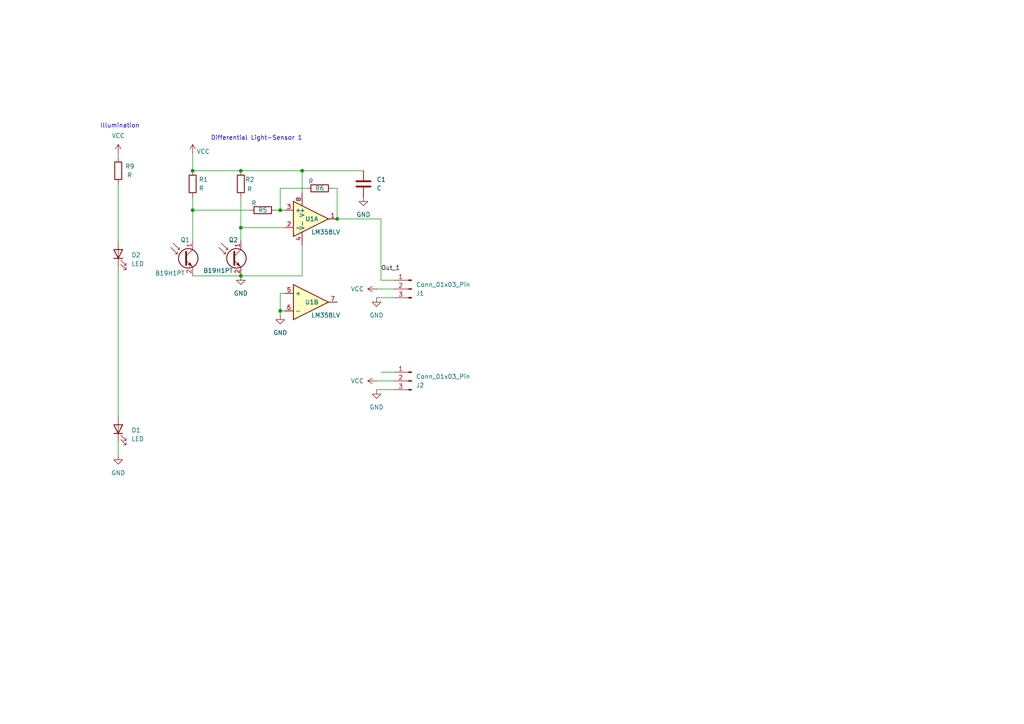
<source format=kicad_sch>
(kicad_sch (version 20231120) (generator "eeschema") (generator_version "8.0")
  (paper "A4")
  (lib_symbols
    (symbol "Connector:Conn_01x03_Pin" (pin_names (offset 1.016) hide)
      (property "Reference" "J" (at 0 5.08 0))
      (property "Value" "Conn_01x03_Pin" (at 0 -5.08 0))
      (symbol "Conn_01x03_Pin_1_1"
        (polyline (pts (xy 1.27 -2.54) (xy 0.8636 -2.54)) (stroke (width 0.1524)))
        (polyline (pts (xy 1.27 0) (xy 0.8636 0)) (stroke (width 0.1524)))
        (polyline (pts (xy 1.27 2.54) (xy 0.8636 2.54)) (stroke (width 0.1524)))
        (rectangle (start 0.8636 -2.413) (end 0 -2.667) (stroke (width 0.1524)) (fill (type outline)))
        (rectangle (start 0.8636 0.127) (end 0 -0.127) (stroke (width 0.1524)) (fill (type outline)))
        (rectangle (start 0.8636 2.667) (end 0 2.413) (stroke (width 0.1524)) (fill (type outline)))
        (pin passive line (at 5.08 2.54 180) (length 3.81) (name "Pin_1") (number "1"))
        (pin passive line (at 5.08 0 180) (length 3.81) (name "Pin_2") (number "2"))
        (pin passive line (at 5.08 -2.54 180) (length 3.81) (name "Pin_3") (number "3"))
      )
    )
    (symbol "Device:C" (pin_numbers hide) (pin_names (offset 0.254))
      (property "Reference" "C" (at 0.635 2.54 0))
      (property "Value" "C" (at 0.635 -2.54 0))
      (symbol "C_0_1"
        (polyline (pts (xy -2.032 -0.762) (xy 2.032 -0.762)) (stroke (width 0.508)))
        (polyline (pts (xy -2.032 0.762) (xy 2.032 0.762)) (stroke (width 0.508)))
      )
      (symbol "C_1_1"
        (pin passive line (at 0 3.81 270) (length 2.794) (name "~") (number "1"))
        (pin passive line (at 0 -3.81 90) (length 2.794) (name "~") (number "2"))
      )
    )
    (symbol "Device:LED" (pin_numbers hide) (pin_names (offset 1.016) hide)
      (property "Reference" "D" (at 0 2.54 0))
      (property "Value" "LED" (at 0 -2.54 0))
      (symbol "LED_0_1"
        (polyline (pts (xy -1.27 -1.27) (xy -1.27 1.27)) (stroke (width 0.254)))
        (polyline (pts (xy -1.27 0) (xy 1.27 0)))
        (polyline (pts (xy 1.27 -1.27) (xy 1.27 1.27) (xy -1.27 0) (xy 1.27 -1.27)) (stroke (width 0.254)))
        (polyline (pts (xy -3.048 -0.762) (xy -4.572 -2.286) (xy -3.81 -2.286) (xy -4.572 -2.286) (xy -4.572 -1.524)))
        (polyline (pts (xy -1.778 -0.762) (xy -3.302 -2.286) (xy -2.54 -2.286) (xy -3.302 -2.286) (xy -3.302 -1.524)))
      )
      (symbol "LED_1_1"
        (pin passive line (at -3.81 0 0) (length 2.54) (name "K") (number "1"))
        (pin passive line (at 3.81 0 180) (length 2.54) (name "A") (number "2"))
      )
    )
    (symbol "Device:Opamp_Dual"
      (property "Reference" "U" (at 0 5.08 0))
      (property "Value" "Opamp_Dual" (at 0 -5.08 0))
      (symbol "Opamp_Dual_1_1"
        (polyline (pts (xy -5.08 5.08) (xy 5.08 0) (xy -5.08 -5.08) (xy -5.08 5.08)) (stroke (width 0.254)) (fill (type background)))
        (pin output line (at 7.62 0 180) (length 2.54) (name "~") (number "1"))
        (pin input line (at -7.62 -2.54 0) (length 2.54) (name "-") (number "2"))
        (pin input line (at -7.62 2.54 0) (length 2.54) (name "+") (number "3"))
      )
      (symbol "Opamp_Dual_2_1"
        (polyline (pts (xy -5.08 5.08) (xy 5.08 0) (xy -5.08 -5.08) (xy -5.08 5.08)) (stroke (width 0.254)) (fill (type background)))
        (pin input line (at -7.62 2.54 0) (length 2.54) (name "+") (number "5"))
        (pin input line (at -7.62 -2.54 0) (length 2.54) (name "-") (number "6"))
        (pin output line (at 7.62 0 180) (length 2.54) (name "~") (number "7"))
      )
      (symbol "Opamp_Dual_3_1"
        (pin power_in line (at -2.54 -7.62 90) (length 3.81) (name "V-") (number "4"))
        (pin power_in line (at -2.54 7.62 270) (length 3.81) (name "V+") (number "8"))
      )
    )
    (symbol "Device:Q_Photo_NPN" (pin_names (offset 0) hide)
      (property "Reference" "Q" (at 5.08 1.27 0))
      (property "Value" "Q_Photo_NPN" (at 5.08 -1.27 0))
      (symbol "Q_Photo_NPN_0_1"
        (polyline (pts (xy -1.905 1.27) (xy -2.54 1.27)))
        (polyline (pts (xy -1.27 2.54) (xy -1.905 2.54)))
        (polyline (pts (xy 0.635 0.635) (xy 2.54 2.54)))
        (polyline (pts (xy -3.81 3.175) (xy -1.905 1.27) (xy -1.905 1.905)))
        (polyline (pts (xy -3.175 4.445) (xy -1.27 2.54) (xy -1.27 3.175)))
        (polyline (pts (xy 0.635 -0.635) (xy 2.54 -2.54) (xy 2.54 -2.54)))
        (polyline (pts (xy 0.635 1.905) (xy 0.635 -1.905) (xy 0.635 -1.905)) (stroke (width 0.508)))
        (polyline (pts (xy 1.27 -1.778) (xy 1.778 -1.27) (xy 2.286 -2.286) (xy 1.27 -1.778) (xy 1.27 -1.778)) (fill (type outline)))
        (circle (center 1.27 0) (radius 2.8194) (stroke (width 0.254)))
      )
      (symbol "Q_Photo_NPN_1_1"
        (pin passive line (at 2.54 5.08 270) (length 2.54) (name "C") (number "1"))
        (pin passive line (at 2.54 -5.08 90) (length 2.54) (name "E") (number "2"))
      )
    )
    (symbol "Device:R" (pin_numbers hide) (pin_names (offset 0))
      (property "Reference" "R" (at 2.032 0 90))
      (property "Value" "R" (at 0 0 90))
      (symbol "R_0_1"
        (rectangle (start -1.016 -2.54) (end 1.016 2.54) (stroke (width 0.254)))
      )
      (symbol "R_1_1"
        (pin passive line (at 0 3.81 270) (length 1.27) (name "~") (number "1"))
        (pin passive line (at 0 -3.81 90) (length 1.27) (name "~") (number "2"))
      )
    )
    (symbol "power:GND" (power) (pin_numbers hide) (pin_names (offset 0) hide)
      (property "Value" "GND" (at 0 -3.81 0))
      (symbol "GND_0_1"
        (polyline (pts (xy 0 0) (xy 0 -1.27) (xy 1.27 -1.27) (xy 0 -2.54) (xy -1.27 -1.27) (xy 0 -1.27)))
      )
      (symbol "GND_1_1"
        (pin power_in line (at 0 0 270) (length 0) (name "~") (number "1"))
      )
    )
    (symbol "power:VCC" (power) (pin_numbers hide) (pin_names (offset 0) hide)
      (property "Value" "VCC" (at 0 3.556 0))
      (symbol "VCC_0_1"
        (polyline (pts (xy -0.762 1.27) (xy 0 2.54)))
        (polyline (pts (xy 0 0) (xy 0 2.54)))
        (polyline (pts (xy 0 2.54) (xy 0.762 1.27)))
      )
      (symbol "VCC_1_1"
        (pin power_in line (at 0 0 90) (length 0) (name "~") (number "1"))
      )
    )
  )
  (junction (at 87.63 49.53))
  (junction (at 69.85 66.04))
  (junction (at 55.88 49.53))
  (junction (at 81.28 60.96))
  (junction (at 69.85 49.53))
  (junction (at 97.79 63.5))
  (junction (at 55.88 60.96))
  (junction (at 81.28 90.17))
  (junction (at 69.85 80.01))
  (wire (pts (xy 87.63 49.53) (xy 105.41 49.53)))
  (wire (pts (xy 69.85 57.15) (xy 69.85 66.04)))
  (wire (pts (xy 34.29 44.45) (xy 34.29 45.72)))
  (wire (pts (xy 34.29 53.34) (xy 34.29 69.85)))
  (wire (pts (xy 110.49 63.5) (xy 110.49 81.28)))
  (wire (pts (xy 69.85 80.01) (xy 87.63 80.01)))
  (wire (pts (xy 96.52 54.61) (xy 97.79 54.61)))
  (wire (pts (xy 87.63 80.01) (xy 87.63 71.12)))
  (wire (pts (xy 81.28 54.61) (xy 81.28 60.96)))
  (wire (pts (xy 82.55 60.96) (xy 81.28 60.96)))
  (wire (pts (xy 81.28 85.09) (xy 81.28 90.17)))
  (wire (pts (xy 82.55 85.09) (xy 81.28 85.09)))
  (wire (pts (xy 55.88 80.01) (xy 69.85 80.01)))
  (wire (pts (xy 55.88 44.45) (xy 55.88 49.53)))
  (wire (pts (xy 34.29 128.27) (xy 34.29 132.08)))
  (wire (pts (xy 110.49 107.95) (xy 114.3 107.95)))
  (wire (pts (xy 69.85 66.04) (xy 82.55 66.04)))
  (wire (pts (xy 109.22 86.36) (xy 114.3 86.36)))
  (wire (pts (xy 87.63 49.53) (xy 69.85 49.53)))
  (wire (pts (xy 109.22 83.82) (xy 114.3 83.82)))
  (wire (pts (xy 55.88 60.96) (xy 72.39 60.96)))
  (wire (pts (xy 81.28 90.17) (xy 82.55 90.17)))
  (wire (pts (xy 97.79 54.61) (xy 97.79 63.5)))
  (wire (pts (xy 81.28 60.96) (xy 80.01 60.96)))
  (wire (pts (xy 109.22 113.03) (xy 114.3 113.03)))
  (wire (pts (xy 97.79 63.5) (xy 110.49 63.5)))
  (wire (pts (xy 55.88 49.53) (xy 69.85 49.53)))
  (wire (pts (xy 110.49 81.28) (xy 114.3 81.28)))
  (wire (pts (xy 55.88 60.96) (xy 55.88 69.85)))
  (wire (pts (xy 69.85 66.04) (xy 69.85 69.85)))
  (wire (pts (xy 81.28 90.17) (xy 81.28 91.44)))
  (wire (pts (xy 88.9 54.61) (xy 81.28 54.61)))
  (wire (pts (xy 34.29 77.47) (xy 34.29 120.65)))
  (wire (pts (xy 87.63 55.88) (xy 87.63 49.53)))
  (wire (pts (xy 55.88 57.15) (xy 55.88 60.96)))
  (wire (pts (xy 109.22 110.49) (xy 114.3 110.49)))
  (text "Differential Light-Sensor 1" (at 74.422 40.132 0) (effects (font (size 1.27 1.27))))
  (text "Illumination" (at 34.798 36.576 0) (effects (font (size 1.27 1.27))))
  (label "Out_1" (at 110.49 78.74 0))
  (symbol (lib_id "power:GND") (at 105.41 57.15 0) (unit 1)
    (property "Reference" "#PWR010" (effects (hide yes)))
    (property "Value" "GND" (at 105.41 62.23 0))
    (property "Description" "Power symbol creates a global label with name \"GND\" , ground" (effects (hide yes)))
  )
  (symbol (lib_id "power:GND") (at 81.28 91.44 0) (unit 1)
    (property "Reference" "#PWR04" (effects (hide yes)))
    (property "Value" "GND" (at 81.28 96.52 0))
    (property "Description" "Power symbol creates a global label with name \"GND\" , ground" (effects (hide yes)))
  )
  (symbol (lib_id "power:GND") (at 109.22 113.03 0) (unit 1)
    (property "Reference" "#PWR09" (effects (hide yes)))
    (property "Value" "GND" (at 109.22 118.11 0))
    (property "Description" "Power symbol creates a global label with name \"GND\" , ground" (effects (hide yes)))
  )
  (symbol (lib_id "Device:C") (at 105.41 53.34 0) (unit 1)
    (property "Reference" "C1" (at 109.22 52.0699 0) (effects (justify left)))
    (property "Value" "C" (at 109.22 54.6099 0) (effects (justify left)))
    (property "Footprint" "Capacitor_SMD:C_0603_1608Metric" (effects (hide yes)))
    (property "Description" "Unpolarized capacitor" (effects (hide yes)))
  )
  (symbol (lib_id "Device:Opamp_Dual") (at 90.17 63.5 0) (unit 1)
    (property "Reference" "U1" (at 90.424 63.5 0))
    (property "Value" "LM358LV" (at 94.488 67.31 0))
    (property "Footprint" "Package_TO_SOT_SMD:SOT-23-8" (effects (hide yes)))
    (property "Description" "Dual operational amplifier" (effects (hide yes)))
    (property "Sim.Library" "${KICAD7_SYMBOL_DIR}/Simulation_SPICE.sp" (effects (hide yes)))
    (property "Sim.Name" "kicad_builtin_opamp_dual" (effects (hide yes)))
    (property "Sim.Device" "SUBCKT" (effects (hide yes)))
    (property "Sim.Pins" "1=out1 2=in1- 3=in1+ 4=vee 5=in2+ 6=in2- 7=out2 8=vcc" (effects (hide yes)))
  )
  (symbol (lib_id "Device:R") (at 69.85 53.34 0) (unit 1)
    (property "Reference" "R2" (at 71.12 52.07 0) (effects (justify left)))
    (property "Value" "R" (at 71.628 54.864 0) (effects (justify left)))
    (property "Footprint" "Resistor_SMD:R_0603_1608Metric" (effects (hide yes)))
    (property "Description" "Resistor" (effects (hide yes)))
  )
  (symbol (lib_id "power:VCC") (at 109.22 83.82 90) (unit 1)
    (property "Reference" "#PWR07" (effects (hide yes)))
    (property "Value" "VCC" (at 103.632 83.82 90))
    (property "Description" "Power symbol creates a global label with name \"VCC\"" (effects (hide yes)))
  )
  (symbol (lib_id "power:VCC") (at 109.22 110.49 90) (unit 1)
    (property "Reference" "#PWR06" (effects (hide yes)))
    (property "Value" "VCC" (at 103.632 110.49 90))
    (property "Description" "Power symbol creates a global label with name \"VCC\"" (effects (hide yes)))
  )
  (symbol (lib_id "Device:Q_Photo_NPN") (at 67.31 74.93 0) (unit 1)
    (property "Reference" "Q2" (at 66.294 69.596 0) (effects (justify left)))
    (property "Value" "B19H1PT" (at 58.928 78.486 0) (effects (justify left)))
    (property "Footprint" "LED_SMD:LED_0603_1608Metric" (effects (hide yes)))
    (property "Datasheet" "https://mm.digikey.com/Volume0/opasdata/d220001/medias/docus/3644/B19H1PT--H9C000214U1930.pdf" (effects (hide yes)))
    (property "Description" "NPN phototransistor, collector/emitter" (effects (hide yes)))
  )
  (symbol (lib_id "power:GND") (at 69.85 80.01 0) (unit 1)
    (property "Reference" "#PWR05" (effects (hide yes)))
    (property "Value" "GND" (at 69.85 85.09 0))
    (property "Description" "Power symbol creates a global label with name \"GND\" , ground" (effects (hide yes)))
  )
  (symbol (lib_id "Device:R") (at 92.71 54.61 90) (unit 1)
    (property "Reference" "R6" (at 92.71 54.61 90))
    (property "Value" "R" (at 90.17 52.578 90))
    (property "Footprint" "Resistor_SMD:R_0603_1608Metric" (effects (hide yes)))
    (property "Description" "Resistor" (effects (hide yes)))
  )
  (symbol (lib_id "power:VCC") (at 55.88 44.45 0) (unit 1)
    (property "Reference" "#PWR03" (effects (hide yes)))
    (property "Value" "VCC" (at 58.928 43.942 0))
    (property "Description" "Power symbol creates a global label with name \"VCC\"" (effects (hide yes)))
  )
  (symbol (lib_id "power:VCC") (at 34.29 44.45 0) (unit 1)
    (property "Reference" "#PWR02" (effects (hide yes)))
    (property "Value" "VCC" (at 34.29 39.37 0))
    (property "Description" "Power symbol creates a global label with name \"VCC\"" (effects (hide yes)))
  )
  (symbol (lib_id "Device:Opamp_Dual") (at 90.17 63.5 0) (unit 3)
    (property "Reference" "U1" (effects (hide yes)))
    (property "Value" "LM358LV" (effects (hide yes)))
    (property "Footprint" "Package_TO_SOT_SMD:SOT-23-8" (effects (hide yes)))
    (property "Description" "Dual operational amplifier" (effects (hide yes)))
    (property "Sim.Library" "${KICAD7_SYMBOL_DIR}/Simulation_SPICE.sp" (effects (hide yes)))
    (property "Sim.Name" "kicad_builtin_opamp_dual" (effects (hide yes)))
    (property "Sim.Device" "SUBCKT" (effects (hide yes)))
    (property "Sim.Pins" "1=out1 2=in1- 3=in1+ 4=vee 5=in2+ 6=in2- 7=out2 8=vcc" (effects (hide yes)))
  )
  (symbol (lib_id "Device:Opamp_Dual") (at 90.17 87.63 0) (unit 2)
    (property "Reference" "U1" (at 90.424 87.63 0))
    (property "Value" "LM358LV" (at 94.488 91.44 0))
    (property "Footprint" "Package_TO_SOT_SMD:SOT-23-8" (effects (hide yes)))
    (property "Description" "Dual operational amplifier" (effects (hide yes)))
    (property "Sim.Library" "${KICAD7_SYMBOL_DIR}/Simulation_SPICE.sp" (effects (hide yes)))
    (property "Sim.Name" "kicad_builtin_opamp_dual" (effects (hide yes)))
    (property "Sim.Device" "SUBCKT" (effects (hide yes)))
    (property "Sim.Pins" "1=out1 2=in1- 3=in1+ 4=vee 5=in2+ 6=in2- 7=out2 8=vcc" (effects (hide yes)))
  )
  (symbol (lib_id "Device:LED") (at 34.29 124.46 90) (unit 1)
    (property "Reference" "D1" (at 38.1 124.7774 90) (effects (justify right)))
    (property "Value" "LED" (at 38.1 127.3174 90) (effects (justify right)))
    (property "Footprint" "LED_SMD:LED_0603_1608Metric" (effects (hide yes)))
    (property "Description" "Light emitting diode" (effects (hide yes)))
  )
  (symbol (lib_id "Device:R") (at 76.2 60.96 90) (unit 1)
    (property "Reference" "R5" (at 76.2 60.96 90))
    (property "Value" "R" (at 73.66 58.928 90))
    (property "Footprint" "Resistor_SMD:R_0603_1608Metric" (effects (hide yes)))
    (property "Description" "Resistor" (effects (hide yes)))
  )
  (symbol (lib_id "Device:Q_Photo_NPN") (at 53.34 74.93 0) (unit 1)
    (property "Reference" "Q1" (at 52.324 69.596 0) (effects (justify left)))
    (property "Value" "B19H1PT" (at 44.958 79.248 0) (effects (justify left)))
    (property "Footprint" "LED_SMD:LED_0603_1608Metric" (effects (hide yes)))
    (property "Datasheet" "https://mm.digikey.com/Volume0/opasdata/d220001/medias/docus/3644/B19H1PT--H9C000214U1930.pdf" (effects (hide yes)))
    (property "Description" "NPN phototransistor, collector/emitter" (effects (hide yes)))
  )
  (symbol (lib_id "Connector:Conn_01x03_Pin") (at 119.38 110.49 0) (mirror y) (unit 1)
    (property "Reference" "J2" (at 120.65 111.7601 0) (effects (justify right)))
    (property "Value" "Conn_01x03_Pin" (at 120.65 109.2201 0) (effects (justify right)))
    (property "Footprint" "Connector_PinSocket_1.27mm:PinSocket_1x03_P1.27mm_Vertical" (effects (hide yes)))
    (property "Description" "Generic connector, single row, 01x03, script generated" (effects (hide yes)))
  )
  (symbol (lib_id "power:GND") (at 34.29 132.08 0) (unit 1)
    (property "Reference" "#PWR01" (effects (hide yes)))
    (property "Value" "GND" (at 34.29 137.16 0))
    (property "Description" "Power symbol creates a global label with name \"GND\" , ground" (effects (hide yes)))
  )
  (symbol (lib_id "Device:R") (at 55.88 53.34 0) (unit 1)
    (property "Reference" "R1" (at 57.658 52.07 0) (effects (justify left)))
    (property "Value" "R" (at 57.658 54.61 0) (effects (justify left)))
    (property "Footprint" "Resistor_SMD:R_0603_1608Metric" (effects (hide yes)))
    (property "Description" "Resistor" (effects (hide yes)))
  )
  (symbol (lib_id "Device:LED") (at 34.29 73.66 90) (unit 1)
    (property "Reference" "D2" (at 38.1 73.9774 90) (effects (justify right)))
    (property "Value" "LED" (at 38.1 76.5174 90) (effects (justify right)))
    (property "Footprint" "LED_SMD:LED_0603_1608Metric" (effects (hide yes)))
    (property "Description" "Light emitting diode" (effects (hide yes)))
  )
  (symbol (lib_id "Device:R") (at 34.29 49.53 0) (unit 1)
    (property "Reference" "R9" (at 36.322 48.26 0) (effects (justify left)))
    (property "Value" "R" (at 36.83 50.7999 0) (effects (justify left)))
    (property "Footprint" "Resistor_SMD:R_0603_1608Metric" (effects (hide yes)))
    (property "Description" "Resistor" (effects (hide yes)))
  )
  (symbol (lib_id "Connector:Conn_01x03_Pin") (at 119.38 83.82 0) (mirror y) (unit 1)
    (property "Reference" "J1" (at 120.65 85.0901 0) (effects (justify right)))
    (property "Value" "Conn_01x03_Pin" (at 120.65 82.5501 0) (effects (justify right)))
    (property "Footprint" "Connector_PinSocket_1.27mm:PinSocket_1x03_P1.27mm_Vertical" (effects (hide yes)))
    (property "Description" "Generic connector, single row, 01x03, script generated" (effects (hide yes)))
  )
  (symbol (lib_id "power:GND") (at 109.22 86.36 0) (unit 1)
    (property "Reference" "#PWR08" (effects (hide yes)))
    (property "Value" "GND" (at 109.22 91.44 0))
    (property "Description" "Power symbol creates a global label with name \"GND\" , ground" (effects (hide yes)))
  )
)
</source>
